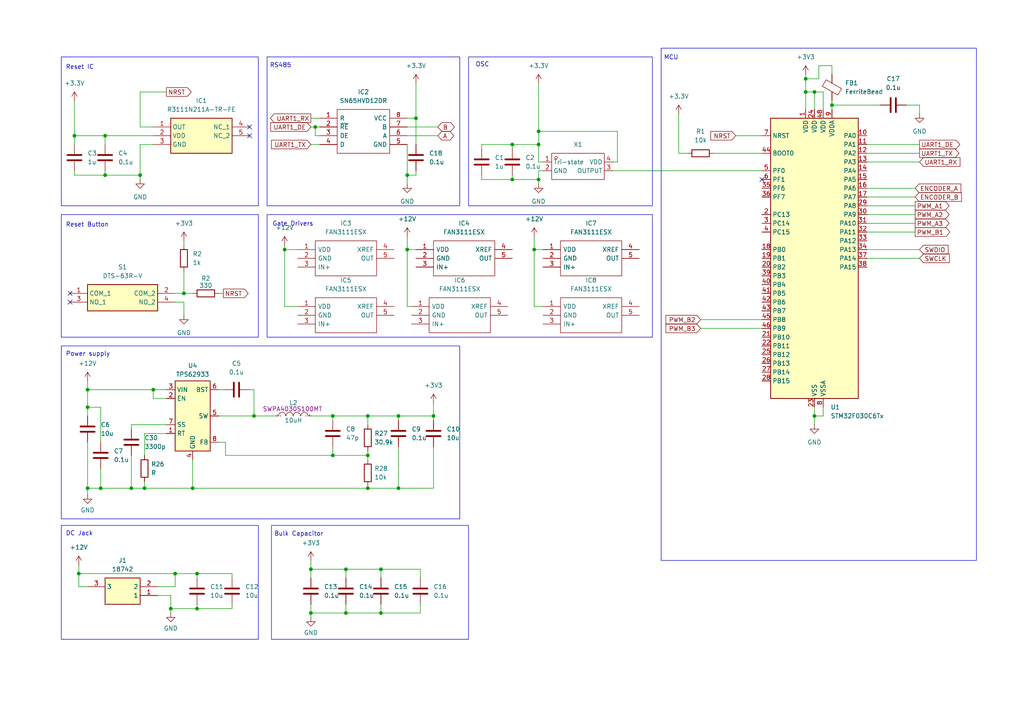
<source format=kicad_sch>
(kicad_sch (version 20250114) (generator "eeschema") (generator_version "9.0")
  (paper "A4")
  (lib_symbols
    (symbol "Device:C" (pin_numbers (hide yes)) (pin_names (offset 0.254))
      (property "Reference" "C" (at 0.635 2.54 0))
      (property "Value" "C" (at 0.635 -2.54 0))
      (symbol "C_1_1"
        (pin passive line (at 0 3.81 270) (length 2.794) (name "~") (number "1"))
        (pin passive line (at 0 -3.81 90) (length 2.794) (name "~") (number "2"))
      )
    )
    (symbol "Device:FerriteBead" (pin_numbers (hide yes)) (pin_names (offset 0))
      (property "Reference" "FB" (at -3.81 0.635 90))
      (property "Value" "FerriteBead" (at 3.81 0 90))
      (symbol "FerriteBead_1_1"
        (pin passive line (at 0 3.81 270) (length 2.54) (name "~") (number "1"))
        (pin passive line (at 0 -3.81 90) (length 2.54) (name "~") (number "2"))
      )
    )
    (symbol "Device:R" (pin_numbers (hide yes)) (pin_names (offset 0))
      (property "Reference" "R" (at 2.032 0 90))
      (property "Value" "R" (at 0 0 90))
      (symbol "R_1_1"
        (pin passive line (at 0 3.81 270) (length 1.27) (name "~") (number "1"))
        (pin passive line (at 0 -3.81 90) (length 1.27) (name "~") (number "2"))
      )
    )
    (symbol "LCSC:18742"
      (property "Reference" "J" (at 16.51 7.62 0))
      (property "Value" "18742" (at 16.51 5.08 0))
      (symbol "18742_1_1"
        (pin passive line (at 0 0 0) (length 5.08) (name "3") (number "3"))
        (pin passive line (at 20.32 0 180) (length 5.08) (name "2") (number "2"))
        (pin passive line (at 20.32 -2.54 180) (length 5.08) (name "1") (number "1"))
      )
    )
    (symbol "LCSC:S2D8.000000B20F30T"
      (property "Reference" "X" (at 0 4.826 0))
      (symbol "S2D8.000000B20F30T_1_0"
        (pin unspecified line (at -10.16 1.27 0) (length 2.54) (name "Tri-state") (number "1"))
        (pin unspecified line (at -10.16 -1.27 0) (length 2.54) (name "GND") (number "2"))
        (pin unspecified line (at 10.16 1.27 180) (length 2.54) (name "VDD") (number "4"))
        (pin unspecified line (at 10.16 -1.27 180) (length 2.54) (name "OUTPUT") (number "3"))
      )
    )
    (symbol "LCSC:SWPA4030S100MT"
      (property "Reference" "L" (at 0 0 0))
      (symbol "SWPA4030S100MT_1_0"
        (pin unspecified line (at -5.08 0 0) (length 0.762) (name "1") (number "1"))
        (pin unspecified line (at 5.08 0 180) (length 0.762) (name "2") (number "2"))
      )
    )
    (symbol "MCU_ST_STM32F0:STM32F030C6Tx"
      (property "Reference" "U" (at -12.7 41.91 0))
      (property "Value" "STM32F030C6Tx" (at 7.62 41.91 0))
      (symbol "STM32F030C6Tx_1_1"
        (pin input line (at -15.24 35.56 0) (length 2.54) (name "NRST") (number "7"))
        (pin input line (at -15.24 30.48 0) (length 2.54) (name "BOOT0") (number "44"))
        (pin bidirectional line (at -15.24 25.4 0) (length 2.54) (name "PF0") (number "5"))
        (pin bidirectional line (at -15.24 22.86 0) (length 2.54) (name "PF1") (number "6"))
        (pin bidirectional line (at -15.24 20.32 0) (length 2.54) (name "PF6") (number "35"))
        (pin bidirectional line (at -15.24 17.78 0) (length 2.54) (name "PF7") (number "36"))
        (pin bidirectional line (at -15.24 12.7 0) (length 2.54) (name "PC13") (number "2"))
        (pin bidirectional line (at -15.24 10.16 0) (length 2.54) (name "PC14") (number "3"))
        (pin bidirectional line (at -15.24 7.62 0) (length 2.54) (name "PC15") (number "4"))
        (pin bidirectional line (at -15.24 2.54 0) (length 2.54) (name "PB0") (number "18"))
        (pin bidirectional line (at -15.24 0 0) (length 2.54) (name "PB1") (number "19"))
        (pin bidirectional line (at -15.24 -2.54 0) (length 2.54) (name "PB2") (number "20"))
        (pin bidirectional line (at -15.24 -5.08 0) (length 2.54) (name "PB3") (number "39"))
        (pin bidirectional line (at -15.24 -7.62 0) (length 2.54) (name "PB4") (number "40"))
        (pin bidirectional line (at -15.24 -10.16 0) (length 2.54) (name "PB5") (number "41"))
        (pin bidirectional line (at -15.24 -12.7 0) (length 2.54) (name "PB6") (number "42"))
        (pin bidirectional line (at -15.24 -15.24 0) (length 2.54) (name "PB7") (number "43"))
        (pin bidirectional line (at -15.24 -17.78 0) (length 2.54) (name "PB8") (number "45"))
        (pin bidirectional line (at -15.24 -20.32 0) (length 2.54) (name "PB9") (number "46"))
        (pin bidirectional line (at -15.24 -22.86 0) (length 2.54) (name "PB10") (number "21"))
        (pin bidirectional line (at -15.24 -25.4 0) (length 2.54) (name "PB11") (number "22"))
        (pin bidirectional line (at -15.24 -27.94 0) (length 2.54) (name "PB12") (number "25"))
        (pin bidirectional line (at -15.24 -30.48 0) (length 2.54) (name "PB13") (number "26"))
        (pin bidirectional line (at -15.24 -33.02 0) (length 2.54) (name "PB14") (number "27"))
        (pin bidirectional line (at -15.24 -35.56 0) (length 2.54) (name "PB15") (number "28"))
        (pin power_in line (at -2.54 43.18 270) (length 2.54) (name "VDD") (number "1"))
        (pin power_in line (at 0 43.18 270) (length 2.54) (name "VDD") (number "24"))
        (pin power_in line (at 0 -43.18 90) (length 2.54) (name "VSS") (number "23"))
        (pin passive line (at 0 -43.18 90) (length 2.54) (hide yes) (name "VSS") (number "47"))
        (pin power_in line (at 2.54 43.18 270) (length 2.54) (name "VDD") (number "48"))
        (pin power_in line (at 2.54 -43.18 90) (length 2.54) (name "VSSA") (number "8"))
        (pin power_in line (at 5.08 43.18 270) (length 2.54) (name "VDDA") (number "9"))
        (pin bidirectional line (at 15.24 35.56 180) (length 2.54) (name "PA0") (number "10"))
        (pin bidirectional line (at 15.24 33.02 180) (length 2.54) (name "PA1") (number "11"))
        (pin bidirectional line (at 15.24 30.48 180) (length 2.54) (name "PA2") (number "12"))
        (pin bidirectional line (at 15.24 27.94 180) (length 2.54) (name "PA3") (number "13"))
        (pin bidirectional line (at 15.24 25.4 180) (length 2.54) (name "PA4") (number "14"))
        (pin bidirectional line (at 15.24 22.86 180) (length 2.54) (name "PA5") (number "15"))
        (pin bidirectional line (at 15.24 20.32 180) (length 2.54) (name "PA6") (number "16"))
        (pin bidirectional line (at 15.24 17.78 180) (length 2.54) (name "PA7") (number "17"))
        (pin bidirectional line (at 15.24 15.24 180) (length 2.54) (name "PA8") (number "29"))
        (pin bidirectional line (at 15.24 12.7 180) (length 2.54) (name "PA9") (number "30"))
        (pin bidirectional line (at 15.24 10.16 180) (length 2.54) (name "PA10") (number "31"))
        (pin bidirectional line (at 15.24 7.62 180) (length 2.54) (name "PA11") (number "32"))
        (pin bidirectional line (at 15.24 5.08 180) (length 2.54) (name "PA12") (number "33"))
        (pin bidirectional line (at 15.24 2.54 180) (length 2.54) (name "PA13") (number "34"))
        (pin bidirectional line (at 15.24 0 180) (length 2.54) (name "PA14") (number "37"))
        (pin bidirectional line (at 15.24 -2.54 180) (length 2.54) (name "PA15") (number "38"))
      )
    )
    (symbol "Mouser:DTS-63R-V"
      (property "Reference" "S" (at 26.67 7.62 0))
      (property "Value" "DTS-63R-V" (at 26.67 5.08 0))
      (symbol "DTS-63R-V_1_1"
        (pin passive line (at 0 0 0) (length 5.08) (name "COM_1") (number "1"))
        (pin passive line (at 0 -2.54 0) (length 5.08) (name "NO_1") (number "3"))
        (pin passive line (at 30.48 0 180) (length 5.08) (name "COM_2") (number "2"))
        (pin passive line (at 30.48 -2.54 180) (length 5.08) (name "NO_2") (number "4"))
      )
    )
    (symbol "Mouser:R3111N211A-TR-FE"
      (property "Reference" "IC" (at 24.13 7.62 0))
      (property "Value" "R3111N211A-TR-FE" (at 24.13 5.08 0))
      (symbol "R3111N211A-TR-FE_1_1"
        (pin passive line (at 0 0 0) (length 5.08) (name "OUT") (number "1"))
        (pin passive line (at 0 -2.54 0) (length 5.08) (name "VDD") (number "2"))
        (pin passive line (at 0 -5.08 0) (length 5.08) (name "GND") (number "3"))
        (pin passive line (at 27.94 0 180) (length 5.08) (name "NC_1") (number "4"))
        (pin passive line (at 27.94 -2.54 180) (length 5.08) (name "NC_2") (number "5"))
      )
    )
    (symbol "Regulator_Switching:TPS62933"
      (property "Reference" "U" (at 0 13.97 0))
      (property "Value" "TPS62933" (at 0 11.43 0))
      (symbol "TPS62933_1_1"
        (pin power_in line (at -7.62 7.62 0) (length 2.54) (name "VIN") (number "3"))
        (pin input line (at -7.62 5.08 0) (length 2.54) (name "EN") (number "2"))
        (pin passive line (at -7.62 -2.54 0) (length 2.54) (name "SS") (number "7"))
        (pin passive line (at -7.62 -5.08 0) (length 2.54) (name "RT") (number "1"))
        (pin power_in line (at 0 -12.7 90) (length 2.54) (name "GND") (number "4"))
        (pin passive line (at 7.62 7.62 180) (length 2.54) (name "BST") (number "6"))
        (pin output line (at 7.62 0 180) (length 2.54) (name "SW") (number "5"))
        (pin input line (at 7.62 -7.62 180) (length 2.54) (name "FB") (number "8"))
      )
    )
    (symbol "SamacSys_Parts:FAN3111ESX" (pin_names (offset 0.762))
      (property "Reference" "IC" (at 24.13 7.62 0))
      (property "Value" "FAN3111ESX" (at 24.13 5.08 0))
      (symbol "FAN3111ESX_0_0"
        (pin passive line (at 0 0 0) (length 5.08) (name "VDD") (number "1"))
        (pin passive line (at 0 -2.54 0) (length 5.08) (name "GND") (number "2"))
        (pin passive line (at 0 -5.08 0) (length 5.08) (name "IN+") (number "3"))
        (pin passive line (at 27.94 0 180) (length 5.08) (name "XREF") (number "4"))
        (pin passive line (at 27.94 -2.54 180) (length 5.08) (name "OUT") (number "5"))
      )
    )
    (symbol "SamacSys_Parts:SN65HVD12DR" (pin_names (offset 0.762))
      (property "Reference" "IC" (at 21.59 7.62 0))
      (property "Value" "SN65HVD12DR" (at 21.59 5.08 0))
      (symbol "SN65HVD12DR_0_0"
        (pin output line (at 0 0 0) (length 5.08) (name "R") (number "1"))
        (pin input line (at 0 -2.54 0) (length 5.08) (name "~{RE}") (number "2"))
        (pin input line (at 0 -5.08 0) (length 5.08) (name "DE") (number "3"))
        (pin input line (at 0 -7.62 0) (length 5.08) (name "D") (number "4"))
        (pin power_in line (at 25.4 0 180) (length 5.08) (name "VCC") (number "8"))
        (pin bidirectional line (at 25.4 -2.54 180) (length 5.08) (name "B") (number "7"))
        (pin bidirectional line (at 25.4 -5.08 180) (length 5.08) (name "A") (number "6"))
        (pin power_in line (at 25.4 -7.62 180) (length 5.08) (name "GND") (number "5"))
      )
    )
    (symbol "power:+12V" (power) (pin_numbers (hide yes)) (pin_names (offset 0) (hide yes))
      (property "Value" "+12V" (at 0 3.556 0))
      (symbol "+12V_1_1"
        (pin power_in line (at 0 0 90) (length 0) (name "~") (number "1"))
      )
    )
    (symbol "power:+3.3V" (power) (pin_numbers (hide yes)) (pin_names (offset 0) (hide yes))
      (property "Value" "+3.3V" (at 0 3.556 0))
      (symbol "+3.3V_1_1"
        (pin power_in line (at 0 0 90) (length 0) (name "~") (number "1"))
      )
    )
    (symbol "power:+3V3" (power) (pin_names (offset 0))
      (property "Value" "+3V3" (at 0 3.556 0))
      (symbol "+3V3_1_1"
        (pin power_in line (at 0 0 90) (length 0) (hide yes) (name "+3V3") (number "1"))
      )
    )
    (symbol "power:GND" (power) (pin_numbers (hide yes)) (pin_names (offset 0) (hide yes))
      (property "Value" "GND" (at 0 -3.81 0))
      (symbol "GND_1_1"
        (pin power_in line (at 0 0 270) (length 0) (name "~") (number "1"))
      )
    )
  )
  (rectangle (start 191.77 13.97) (end 283.21 162.56))
  (rectangle (start 17.78 62.23) (end 74.93 97.79))
  (rectangle (start 135.89 16.51) (end 189.23 59.69))
  (rectangle (start 77.47 62.23) (end 189.23 97.79))
  (rectangle (start 17.78 152.4) (end 74.93 185.42))
  (rectangle (start 17.78 16.51) (end 74.93 59.69))
  (rectangle (start 77.47 16.51) (end 133.35 59.69))
  (rectangle (start 78.74 152.4) (end 135.89 185.42))
  (rectangle (start 17.78 100.33) (end 133.35 150.495))
  (text "Power supply" (at 19.05 103.505 0) (effects (font (size 1.27 1.27)) (justify left bottom)))
  (text "OSC" (at 137.922 19.558 0) (effects (font (size 1.27 1.27)) (justify left bottom)))
  (text "Reset IC\n" (at 19.05 20.32 0) (effects (font (size 1.27 1.27)) (justify left bottom)))
  (text "Reset Button\n" (at 19.05 66.04 0) (effects (font (size 1.27 1.27)) (justify left bottom)))
  (text "Bulk Capacitor" (at 79.502 155.702 0) (effects (font (size 1.27 1.27)) (justify left bottom)))
  (text "DC Jack" (at 19.05 155.575 0) (effects (font (size 1.27 1.27)) (justify left bottom)))
  (text "RS485" (at 78.232 19.812 0) (effects (font (size 1.27 1.27)) (justify left bottom)))
  (text "Gate Drivers" (at 78.994 65.786 0) (effects (font (size 1.27 1.27)) (justify left bottom)))
  (text "MCU\n" (at 192.532 17.526 0) (effects (font (size 1.27 1.27)) (justify left bottom)))
  (junction (at 21.59 39.37))
  (junction (at 30.48 39.37))
  (junction (at 115.57 141.605))
  (junction (at 233.68 22.86))
  (junction (at 233.68 26.67))
  (junction (at 120.65 34.29))
  (junction (at 115.57 120.65))
  (junction (at 90.17 165.1))
  (junction (at 148.59 52.07))
  (junction (at 30.48 50.8))
  (junction (at 96.52 120.65))
  (junction (at 40.64 50.8))
  (junction (at 148.59 41.91))
  (junction (at 106.68 120.65))
  (junction (at 90.17 177.8))
  (junction (at 57.15 176.53))
  (junction (at 57.15 166.37))
  (junction (at 110.49 165.1))
  (junction (at 106.68 132.08))
  (junction (at 91.44 36.83))
  (junction (at 236.22 120.65))
  (junction (at 156.21 41.91))
  (junction (at 55.88 141.605))
  (junction (at 118.11 50.8))
  (junction (at 106.68 141.605))
  (junction (at 96.52 132.08))
  (junction (at 154.94 72.39))
  (junction (at 38.1 141.605))
  (junction (at 50.8 166.37))
  (junction (at 110.49 177.8))
  (junction (at 25.4 141.605))
  (junction (at 49.53 176.53))
  (junction (at 125.73 120.65))
  (junction (at 156.21 52.07))
  (junction (at 44.45 113.03))
  (junction (at 100.33 177.8))
  (junction (at 53.34 85.09))
  (junction (at 29.21 141.605))
  (junction (at 82.55 72.39))
  (junction (at 118.11 72.39))
  (junction (at 41.91 141.605))
  (junction (at 156.21 38.1))
  (junction (at 25.4 118.11))
  (junction (at 241.3 30.48))
  (junction (at 25.4 113.03))
  (junction (at 22.86 166.37))
  (junction (at 73.66 120.65))
  (junction (at 236.22 26.67))
  (junction (at 100.33 165.1))
  (no_connect (at 72.39 39.37))
  (no_connect (at 72.39 36.83))
  (no_connect (at 20.32 85.09))
  (no_connect (at 220.98 52.07))
  (no_connect (at 20.32 87.63))
  (wire (pts (xy 251.46 46.99) (xy 266.7 46.99)))
  (wire (pts (xy 251.46 44.45) (xy 266.7 44.45)))
  (wire (pts (xy 40.64 36.83) (xy 44.45 36.83)))
  (wire (pts (xy 63.5 128.27) (xy 65.405 128.27)))
  (wire (pts (xy 40.64 26.67) (xy 40.64 36.83)))
  (wire (pts (xy 233.68 22.86) (xy 233.68 26.67)))
  (wire (pts (xy 100.33 165.1) (xy 100.33 167.64)))
  (wire (pts (xy 21.59 49.53) (xy 21.59 50.8)))
  (wire (pts (xy 30.48 39.37) (xy 44.45 39.37)))
  (wire (pts (xy 67.31 167.64) (xy 67.31 166.37)))
  (wire (pts (xy 121.92 165.1) (xy 110.49 165.1)))
  (wire (pts (xy 125.73 129.54) (xy 125.73 141.605)))
  (wire (pts (xy 251.46 54.61) (xy 265.43 54.61)))
  (wire (pts (xy 25.4 128.27) (xy 25.4 141.605)))
  (wire (pts (xy 266.7 30.48) (xy 262.89 30.48)))
  (wire (pts (xy 91.44 36.83) (xy 92.71 36.83)))
  (wire (pts (xy 96.52 120.65) (xy 106.68 120.65)))
  (wire (pts (xy 179.07 38.1) (xy 179.07 46.99)))
  (wire (pts (xy 57.15 175.26) (xy 57.15 176.53)))
  (wire (pts (xy 25.4 113.03) (xy 44.45 113.03)))
  (wire (pts (xy 148.59 41.91) (xy 156.21 41.91)))
  (wire (pts (xy 120.65 50.8) (xy 118.11 50.8)))
  (wire (pts (xy 156.21 53.34) (xy 156.21 52.07)))
  (wire (pts (xy 90.17 120.65) (xy 96.52 120.65)))
  (wire (pts (xy 251.46 59.69) (xy 265.43 59.69)))
  (wire (pts (xy 90.17 162.56) (xy 90.17 165.1)))
  (wire (pts (xy 118.11 36.83) (xy 127 36.83)))
  (wire (pts (xy 50.8 170.18) (xy 50.8 166.37)))
  (wire (pts (xy 45.72 172.72) (xy 49.53 172.72)))
  (wire (pts (xy 115.57 141.605) (xy 125.73 141.605)))
  (wire (pts (xy 50.8 85.09) (xy 53.34 85.09)))
  (wire (pts (xy 118.11 68.58) (xy 118.11 72.39)))
  (wire (pts (xy 30.48 49.53) (xy 30.48 50.8)))
  (wire (pts (xy 86.36 88.9) (xy 82.55 88.9)))
  (wire (pts (xy 82.55 88.9) (xy 82.55 72.39)))
  (wire (pts (xy 251.46 72.39) (xy 266.7 72.39)))
  (wire (pts (xy 207.01 44.45) (xy 220.98 44.45)))
  (wire (pts (xy 106.68 120.65) (xy 115.57 120.65)))
  (wire (pts (xy 41.91 125.73) (xy 41.91 132.08)))
  (wire (pts (xy 21.59 29.21) (xy 21.59 39.37)))
  (wire (pts (xy 203.2 95.25) (xy 220.98 95.25)))
  (wire (pts (xy 25.4 120.65) (xy 25.4 118.11)))
  (wire (pts (xy 237.49 22.86) (xy 233.68 22.86)))
  (wire (pts (xy 67.31 175.26) (xy 67.31 176.53)))
  (wire (pts (xy 120.65 34.29) (xy 118.11 34.29)))
  (wire (pts (xy 44.45 41.91) (xy 40.64 41.91)))
  (wire (pts (xy 120.65 41.91) (xy 120.65 34.29)))
  (wire (pts (xy 38.1 123.19) (xy 48.26 123.19)))
  (wire (pts (xy 241.3 30.48) (xy 255.27 30.48)))
  (wire (pts (xy 156.21 41.91) (xy 156.21 46.99)))
  (wire (pts (xy 25.4 113.03) (xy 25.4 118.11)))
  (wire (pts (xy 92.71 39.37) (xy 91.44 39.37)))
  (wire (pts (xy 67.31 166.37) (xy 57.15 166.37)))
  (wire (pts (xy 21.59 39.37) (xy 30.48 39.37)))
  (wire (pts (xy 118.11 50.8) (xy 118.11 53.34)))
  (wire (pts (xy 120.65 50.8) (xy 120.65 49.53)))
  (wire (pts (xy 90.17 165.1) (xy 90.17 167.64)))
  (wire (pts (xy 63.5 120.65) (xy 73.66 120.65)))
  (wire (pts (xy 237.49 19.05) (xy 237.49 22.86)))
  (wire (pts (xy 120.65 24.13) (xy 120.65 34.29)))
  (wire (pts (xy 90.17 36.83) (xy 91.44 36.83)))
  (wire (pts (xy 241.3 19.05) (xy 237.49 19.05)))
  (wire (pts (xy 266.7 33.02) (xy 266.7 30.48)))
  (wire (pts (xy 236.22 26.67) (xy 233.68 26.67)))
  (wire (pts (xy 118.11 88.9) (xy 118.11 72.39)))
  (wire (pts (xy 90.17 41.91) (xy 92.71 41.91)))
  (wire (pts (xy 139.7 43.18) (xy 139.7 41.91)))
  (wire (pts (xy 154.94 68.58) (xy 154.94 72.39)))
  (wire (pts (xy 90.17 34.29) (xy 92.71 34.29)))
  (wire (pts (xy 236.22 26.67) (xy 238.76 26.67)))
  (wire (pts (xy 53.34 91.44) (xy 53.34 87.63)))
  (wire (pts (xy 96.52 120.65) (xy 96.52 121.92)))
  (wire (pts (xy 238.76 31.75) (xy 238.76 26.67)))
  (wire (pts (xy 53.34 78.74) (xy 53.34 85.09)))
  (wire (pts (xy 38.1 132.08) (xy 38.1 141.605)))
  (wire (pts (xy 238.76 118.11) (xy 238.76 120.65)))
  (wire (pts (xy 41.91 139.7) (xy 41.91 141.605)))
  (wire (pts (xy 82.55 72.39) (xy 86.36 72.39)))
  (wire (pts (xy 65.405 132.08) (xy 96.52 132.08)))
  (wire (pts (xy 25.4 141.605) (xy 25.4 143.51)))
  (wire (pts (xy 196.85 33.02) (xy 196.85 44.45)))
  (wire (pts (xy 90.17 175.26) (xy 90.17 177.8)))
  (wire (pts (xy 121.92 167.64) (xy 121.92 165.1)))
  (wire (pts (xy 91.44 39.37) (xy 91.44 36.83)))
  (wire (pts (xy 106.68 141.605) (xy 115.57 141.605)))
  (wire (pts (xy 110.49 175.26) (xy 110.49 177.8)))
  (wire (pts (xy 100.33 165.1) (xy 90.17 165.1)))
  (wire (pts (xy 22.86 163.83) (xy 22.86 166.37)))
  (wire (pts (xy 203.2 92.71) (xy 220.98 92.71)))
  (wire (pts (xy 238.76 120.65) (xy 236.22 120.65)))
  (wire (pts (xy 177.8 46.99) (xy 179.07 46.99)))
  (wire (pts (xy 156.21 38.1) (xy 156.21 41.91)))
  (wire (pts (xy 156.21 49.53) (xy 157.48 49.53)))
  (wire (pts (xy 119.38 88.9) (xy 118.11 88.9)))
  (wire (pts (xy 100.33 177.8) (xy 90.17 177.8)))
  (wire (pts (xy 139.7 41.91) (xy 148.59 41.91)))
  (wire (pts (xy 251.46 41.91) (xy 266.7 41.91)))
  (wire (pts (xy 196.85 44.45) (xy 199.39 44.45)))
  (wire (pts (xy 38.1 141.605) (xy 41.91 141.605)))
  (wire (pts (xy 57.15 176.53) (xy 49.53 176.53)))
  (wire (pts (xy 55.88 141.605) (xy 106.68 141.605)))
  (wire (pts (xy 106.68 140.97) (xy 106.68 141.605)))
  (wire (pts (xy 65.405 128.27) (xy 65.405 132.08)))
  (wire (pts (xy 236.22 31.75) (xy 236.22 26.67)))
  (wire (pts (xy 29.21 141.605) (xy 38.1 141.605)))
  (wire (pts (xy 38.1 124.46) (xy 38.1 123.19)))
  (wire (pts (xy 179.07 38.1) (xy 156.21 38.1)))
  (wire (pts (xy 29.21 135.89) (xy 29.21 141.605)))
  (wire (pts (xy 241.3 21.59) (xy 241.3 19.05)))
  (wire (pts (xy 241.3 29.21) (xy 241.3 30.48)))
  (wire (pts (xy 82.55 71.12) (xy 82.55 72.39)))
  (wire (pts (xy 53.34 85.09) (xy 55.88 85.09)))
  (wire (pts (xy 148.59 50.8) (xy 148.59 52.07)))
  (wire (pts (xy 251.46 62.23) (xy 265.43 62.23)))
  (wire (pts (xy 110.49 165.1) (xy 100.33 165.1)))
  (wire (pts (xy 25.4 118.11) (xy 29.21 118.11)))
  (wire (pts (xy 121.92 177.8) (xy 110.49 177.8)))
  (wire (pts (xy 139.7 52.07) (xy 148.59 52.07)))
  (wire (pts (xy 41.91 141.605) (xy 55.88 141.605)))
  (wire (pts (xy 236.22 118.11) (xy 236.22 120.65)))
  (wire (pts (xy 100.33 175.26) (xy 100.33 177.8)))
  (wire (pts (xy 154.94 88.9) (xy 154.94 72.39)))
  (wire (pts (xy 157.48 88.9) (xy 154.94 88.9)))
  (wire (pts (xy 29.21 128.27) (xy 29.21 118.11)))
  (wire (pts (xy 156.21 24.13) (xy 156.21 38.1)))
  (wire (pts (xy 48.26 113.03) (xy 44.45 113.03)))
  (wire (pts (xy 115.57 121.92) (xy 115.57 120.65)))
  (wire (pts (xy 25.4 170.18) (xy 22.86 170.18)))
  (wire (pts (xy 57.15 166.37) (xy 50.8 166.37)))
  (wire (pts (xy 115.57 129.54) (xy 115.57 141.605)))
  (wire (pts (xy 251.46 64.77) (xy 265.43 64.77)))
  (wire (pts (xy 50.8 87.63) (xy 53.34 87.63)))
  (wire (pts (xy 30.48 41.91) (xy 30.48 39.37)))
  (wire (pts (xy 118.11 72.39) (xy 120.65 72.39)))
  (wire (pts (xy 40.64 50.8) (xy 40.64 52.07)))
  (wire (pts (xy 156.21 52.07) (xy 156.21 49.53)))
  (wire (pts (xy 118.11 41.91) (xy 118.11 50.8)))
  (wire (pts (xy 154.94 72.39) (xy 157.48 72.39)))
  (wire (pts (xy 121.92 175.26) (xy 121.92 177.8)))
  (wire (pts (xy 110.49 165.1) (xy 110.49 167.64)))
  (wire (pts (xy 21.59 50.8) (xy 30.48 50.8)))
  (wire (pts (xy 251.46 74.93) (xy 266.7 74.93)))
  (wire (pts (xy 22.86 170.18) (xy 22.86 166.37)))
  (wire (pts (xy 106.68 120.65) (xy 106.68 123.19)))
  (wire (pts (xy 233.68 21.59) (xy 233.68 22.86)))
  (wire (pts (xy 73.66 120.65) (xy 73.66 113.03)))
  (wire (pts (xy 73.66 120.65) (xy 80.01 120.65)))
  (wire (pts (xy 25.4 110.49) (xy 25.4 113.03)))
  (wire (pts (xy 118.11 39.37) (xy 127 39.37)))
  (wire (pts (xy 49.53 172.72) (xy 49.53 176.53)))
  (wire (pts (xy 177.8 49.53) (xy 220.98 49.53)))
  (wire (pts (xy 40.64 41.91) (xy 40.64 50.8)))
  (wire (pts (xy 67.31 176.53) (xy 57.15 176.53)))
  (wire (pts (xy 125.73 121.92) (xy 125.73 120.65)))
  (wire (pts (xy 251.46 57.15) (xy 265.43 57.15)))
  (wire (pts (xy 148.59 52.07) (xy 156.21 52.07)))
  (wire (pts (xy 49.53 176.53) (xy 49.53 177.8)))
  (wire (pts (xy 233.68 26.67) (xy 233.68 31.75)))
  (wire (pts (xy 44.45 115.57) (xy 44.45 113.03)))
  (wire (pts (xy 55.88 133.35) (xy 55.88 141.605)))
  (wire (pts (xy 106.68 130.81) (xy 106.68 132.08)))
  (wire (pts (xy 45.72 170.18) (xy 50.8 170.18)))
  (wire (pts (xy 96.52 132.08) (xy 106.68 132.08)))
  (wire (pts (xy 48.26 115.57) (xy 44.45 115.57)))
  (wire (pts (xy 48.26 125.73) (xy 41.91 125.73)))
  (wire (pts (xy 213.36 39.37) (xy 220.98 39.37)))
  (wire (pts (xy 236.22 120.65) (xy 236.22 123.19)))
  (wire (pts (xy 241.3 30.48) (xy 241.3 31.75)))
  (wire (pts (xy 115.57 120.65) (xy 125.73 120.65)))
  (wire (pts (xy 63.5 113.03) (xy 64.77 113.03)))
  (wire (pts (xy 90.17 177.8) (xy 90.17 179.07)))
  (wire (pts (xy 72.39 113.03) (xy 73.66 113.03)))
  (wire (pts (xy 53.34 69.85) (xy 53.34 71.12)))
  (wire (pts (xy 30.48 50.8) (xy 40.64 50.8)))
  (wire (pts (xy 57.15 167.64) (xy 57.15 166.37)))
  (wire (pts (xy 125.73 116.84) (xy 125.73 120.65)))
  (wire (pts (xy 25.4 141.605) (xy 29.21 141.605)))
  (wire (pts (xy 251.46 67.31) (xy 265.43 67.31)))
  (wire (pts (xy 48.26 26.67) (xy 40.64 26.67)))
  (wire (pts (xy 96.52 129.54) (xy 96.52 132.08)))
  (wire (pts (xy 100.33 177.8) (xy 110.49 177.8)))
  (wire (pts (xy 63.5 85.09) (xy 64.77 85.09)))
  (wire (pts (xy 21.59 41.91) (xy 21.59 39.37)))
  (wire (pts (xy 148.59 43.18) (xy 148.59 41.91)))
  (wire (pts (xy 139.7 50.8) (xy 139.7 52.07)))
  (wire (pts (xy 50.8 166.37) (xy 22.86 166.37)))
  (wire (pts (xy 156.21 46.99) (xy 157.48 46.99)))
  (wire (pts (xy 106.68 132.08) (xy 106.68 133.35)))
  (global_label "SWDIO" (shape input) (at 266.7 72.39 0) (property "Intersheetrefs" "${INTERSHEET_REFS}" (effects (hide yes))))
  (global_label "A" (shape bidirectional) (at 127 39.37 0) (property "Intersheetrefs" "${INTERSHEET_REFS}" (effects (hide yes))))
  (global_label "ENCODER_B" (shape input) (at 265.43 57.15 0) (property "Intersheetrefs" "${INTERSHEET_REFS}" (effects (hide yes))))
  (global_label "UART1_DE" (shape output) (at 266.7 41.91 0) (property "Intersheetrefs" "${INTERSHEET_REFS}" (effects (hide yes))))
  (global_label "ENCODER_A" (shape input) (at 265.43 54.61 0) (property "Intersheetrefs" "${INTERSHEET_REFS}" (effects (hide yes))))
  (global_label "PWM_B3" (shape input) (at 203.2 95.25 180) (property "Intersheetrefs" "${INTERSHEET_REFS}" (effects (hide yes))))
  (global_label "PWM_A2" (shape output) (at 265.43 62.23 0) (property "Intersheetrefs" "${INTERSHEET_REFS}" (effects (hide yes))))
  (global_label "PWM_A1" (shape output) (at 265.43 59.69 0) (property "Intersheetrefs" "${INTERSHEET_REFS}" (effects (hide yes))))
  (global_label "UART1_TX" (shape output) (at 266.7 44.45 0) (property "Intersheetrefs" "${INTERSHEET_REFS}" (effects (hide yes))))
  (global_label "UART1_RX" (shape output) (at 90.17 34.29 180) (property "Intersheetrefs" "${INTERSHEET_REFS}" (effects (hide yes))))
  (global_label "PWM_B2" (shape input) (at 203.2 92.71 180) (property "Intersheetrefs" "${INTERSHEET_REFS}" (effects (hide yes))))
  (global_label "NRST" (shape output) (at 64.77 85.09 0) (property "Intersheetrefs" "${INTERSHEET_REFS}" (effects (hide yes))))
  (global_label "UART1_DE" (shape input) (at 90.17 36.83 180) (property "Intersheetrefs" "${INTERSHEET_REFS}" (effects (hide yes))))
  (global_label "SWCLK" (shape input) (at 266.7 74.93 0) (property "Intersheetrefs" "${INTERSHEET_REFS}" (effects (hide yes))))
  (global_label "PWM_B1" (shape output) (at 265.43 67.31 0) (property "Intersheetrefs" "${INTERSHEET_REFS}" (effects (hide yes))))
  (global_label "B" (shape bidirectional) (at 127 36.83 0) (property "Intersheetrefs" "${INTERSHEET_REFS}" (effects (hide yes))))
  (global_label "UART1_TX" (shape input) (at 90.17 41.91 180) (property "Intersheetrefs" "${INTERSHEET_REFS}" (effects (hide yes))))
  (global_label "PWM_A3" (shape output) (at 265.43 64.77 0) (property "Intersheetrefs" "${INTERSHEET_REFS}" (effects (hide yes))))
  (global_label "UART1_RX" (shape input) (at 266.7 46.99 0) (property "Intersheetrefs" "${INTERSHEET_REFS}" (effects (hide yes))))
  (global_label "NRST" (shape input) (at 213.36 39.37 180) (property "Intersheetrefs" "${INTERSHEET_REFS}" (effects (hide yes))))
  (global_label "NRST" (shape output) (at 48.26 26.67 0) (property "Intersheetrefs" "${INTERSHEET_REFS}" (effects (hide yes))))
  (symbol (lib_id "MCU_ST_STM32F0:STM32F030C6Tx") (at 236.22 74.93 0) (unit 1)
    (property "Reference" "U1" (at 240.9033 118.11 0) (effects (justify left)))
    (property "Value" "STM32F030C6Tx" (at 240.9033 120.65 0) (effects (justify left)))
    (property "Footprint" "Package_QFP:LQFP-48_7x7mm_P0.5mm" (effects (hide yes)))
    (property "Datasheet" "https://www.st.com/resource/en/datasheet/stm32f030c6.pdf" (effects (hide yes)))
    (property "Description" "STMicroelectronics Arm Cortex-M0 MCU, 32KB flash, 4KB RAM, 48 MHz, 2.4-3.6V, 39 GPIO, LQFP48" (effects (hide yes)))
  )
  (symbol (lib_id "Device:C") (at 110.49 171.45 0) (unit 1)
    (property "Reference" "C15" (at 114.3 170.1799 0) (effects (justify left)))
    (property "Value" "0.1u" (at 114.3 172.7199 0) (effects (justify left)))
    (property "Description" "Unpolarized capacitor" (effects (hide yes)))
  )
  (symbol (lib_id "Device:C") (at 139.7 46.99 0) (unit 1)
    (property "Reference" "C1" (at 143.51 45.7199 0) (effects (justify left)))
    (property "Value" "1u" (at 143.51 48.2599 0) (effects (justify left)))
    (property "Footprint" "Capacitor_SMD:C_0402_1005Metric" (effects (hide yes)))
    (property "Description" "Unpolarized capacitor" (effects (hide yes)))
  )
  (symbol (lib_id "power:+3V3") (at 125.73 116.84 0) (unit 1)
    (property "Reference" "#PWR038" (effects (hide yes)))
    (property "Value" "+3V3" (at 125.73 111.76 0))
  )
  (symbol (lib_id "Device:R") (at 106.68 137.16 0) (unit 1)
    (property "Reference" "R28" (at 108.585 135.89 0) (effects (justify left)))
    (property "Value" "10k" (at 108.585 138.43 0) (effects (justify left)))
    (property "Footprint" "Resistor_SMD:R_0603_1608Metric_Pad0.98x0.95mm_HandSolder" (effects (hide yes)))
  )
  (symbol (lib_id "Device:R") (at 59.69 85.09 90) (unit 1)
    (property "Reference" "R2" (at 59.69 80.772 90))
    (property "Value" "330" (at 59.69 82.804 90))
    (property "Footprint" "Resistor_SMD:R_0603_1608Metric_Pad0.98x0.95mm_HandSolder" (effects (hide yes)))
  )
  (symbol (lib_id "SamacSys_Parts:FAN3111ESX") (at 86.36 88.9 0) (unit 1)
    (property "Reference" "IC5" (at 100.33 81.28 0))
    (property "Value" "FAN3111ESX" (at 100.33 83.82 0))
    (property "Footprint" "SamacSys_Parts:SOT95P280X145-5N" (effects (hide yes)))
    (property "Datasheet" "https://www.onsemi.com/pub/Collateral/FAN3111C-D.PDF" (effects (hide yes)))
    (property "Description" "FAN3111C Compatible with FAN3100C Footprint; 1.1A Sink / 0.9A Source at VOUT = 6V; 9ns Typical Rise / 8ns Typical Fall times with 470pF Load; Single Non-Inverting, Low-Voltage Input for Compatibility with Low-Voltage Controllers; 5-Pin SOT23 Package; Dual CMOS Inputs Allow Configuration as Non-Inverting or Inverting with Enable Function; 15ns Typical Delay Times; Small Footprint Facilitates Distributed Drivers for Parallel Power Devices; 4.5 to 18V Operating Range; Rated from -40C to 125C Ambient; Two Inp" (effects (hide yes)))
    (property "Description_1" "FAN3111C Compatible with FAN3100C Footprint; 1.1A Sink / 0.9A Source at VOUT = 6V; 9ns Typical Rise / 8ns Typical Fall times with 470pF Load; Single Non-Inverting, Low-Voltage Input for Compatibility with Low-Voltage Controllers; 5-Pin SOT23 Package; Dual CMOS Inputs Allow Configuration as Non-Inverting or Inverting with Enable Function; 15ns Typical Delay Times; Small Footprint Facilitates Distributed Drivers for Parallel Power Devices; 4.5 to 18V Operating Range; Rated from -40C to 125C Ambient; Two Inp" (effects (hide yes)))
    (property "Height" "1.45" (effects (hide yes)))
    (property "Mouser Part Number" "512-FAN3111ESX" (effects (hide yes)))
    (property "Mouser Price/Stock" "https://www.mouser.co.uk/ProductDetail/onsemi-Fairchild/FAN3111ESX?qs=Vb5qD4CGh4ntEwD2s4Rstg%3D%3D" (effects (hide yes)))
    (property "Manufacturer_Name" "onsemi" (effects (hide yes)))
    (property "Manufacturer_Part_Number" "FAN3111ESX" (effects (hide yes)))
  )
  (symbol (lib_id "SamacSys_Parts:FAN3111ESX") (at 120.65 72.39 0) (unit 1)
    (property "Reference" "IC4" (at 134.62 64.77 0))
    (property "Value" "FAN3111ESX" (at 134.62 67.31 0))
    (property "Footprint" "SamacSys_Parts:SOT95P280X145-5N" (effects (hide yes)))
    (property "Datasheet" "https://www.onsemi.com/pub/Collateral/FAN3111C-D.PDF" (effects (hide yes)))
    (property "Description" "FAN3111C Compatible with FAN3100C Footprint; 1.1A Sink / 0.9A Source at VOUT = 6V; 9ns Typical Rise / 8ns Typical Fall times with 470pF Load; Single Non-Inverting, Low-Voltage Input for Compatibility with Low-Voltage Controllers; 5-Pin SOT23 Package; Dual CMOS Inputs Allow Configuration as Non-Inverting or Inverting with Enable Function; 15ns Typical Delay Times; Small Footprint Facilitates Distributed Drivers for Parallel Power Devices; 4.5 to 18V Operating Range; Rated from -40C to 125C Ambient; Two Inp" (effects (hide yes)))
    (property "Description_1" "FAN3111C Compatible with FAN3100C Footprint; 1.1A Sink / 0.9A Source at VOUT = 6V; 9ns Typical Rise / 8ns Typical Fall times with 470pF Load; Single Non-Inverting, Low-Voltage Input for Compatibility with Low-Voltage Controllers; 5-Pin SOT23 Package; Dual CMOS Inputs Allow Configuration as Non-Inverting or Inverting with Enable Function; 15ns Typical Delay Times; Small Footprint Facilitates Distributed Drivers for Parallel Power Devices; 4.5 to 18V Operating Range; Rated from -40C to 125C Ambient; Two Inp" (effects (hide yes)))
    (property "Height" "1.45" (effects (hide yes)))
    (property "Mouser Part Number" "512-FAN3111ESX" (effects (hide yes)))
    (property "Mouser Price/Stock" "https://www.mouser.co.uk/ProductDetail/onsemi-Fairchild/FAN3111ESX?qs=Vb5qD4CGh4ntEwD2s4Rstg%3D%3D" (effects (hide yes)))
    (property "Manufacturer_Name" "onsemi" (effects (hide yes)))
    (property "Manufacturer_Part_Number" "FAN3111ESX" (effects (hide yes)))
  )
  (symbol (lib_id "Device:C") (at 38.1 128.27 0) (unit 1)
    (property "Reference" "C30" (at 41.91 127 0) (effects (justify left)))
    (property "Value" "3300p" (at 41.91 129.54 0) (effects (justify left)))
    (property "Footprint" "Capacitor_SMD:C_0603_1608Metric_Pad1.08x0.95mm_HandSolder" (effects (hide yes)))
  )
  (symbol (lib_id "LCSC:SWPA4030S100MT") (at 85.09 120.65 0) (unit 1)
    (property "Reference" "L2" (at 85.09 116.84 0))
    (property "Value" "10uH" (at 85.09 121.92 0))
    (property "Footprint" "LCSC:IND-SMD_L4.0-W4.0" (effects (hide yes)))
    (property "Datasheet" "https://atta.szlcsc.com/upload/public/pdf/source/20231024/317626D2AA2F8AB4113C1875E432E6E1.pdf" (effects (hide yes)))
    (property "Description" "Inductance: Tolerance:±20% Tolerance:±20% Rated Current: Current - Saturation(Isat):2.4A DC Resistance(DCR): Type:- Ratings:-" (effects (hide yes)))
    (property "Manufacturer Part" "SWPA4030S100MT" (at 84.836 118.618 0))
    (property "Manufacturer" "Sunlord(顺络)" (effects (hide yes)))
    (property "Supplier Part" "C38117" (effects (hide yes)))
    (property "Supplier" "LCSC" (effects (hide yes)))
    (property "LCSC Part Name" "10uH ±20% 2.4A" (effects (hide yes)))
  )
  (symbol (lib_id "power:+3V3") (at 90.17 162.56 0) (unit 1)
    (property "Reference" "#PWR010" (effects (hide yes)))
    (property "Value" "+3V3" (at 90.17 157.48 0))
  )
  (symbol (lib_id "Device:C") (at 57.15 171.45 0) (unit 1)
    (property "Reference" "C11" (at 60.96 170.1799 0) (effects (justify left)))
    (property "Value" "10u" (at 60.96 172.7199 0) (effects (justify left)))
    (property "Footprint" "Capacitor_SMD:C_0603_1608Metric" (effects (hide yes)))
  )
  (symbol (lib_id "power:+12V") (at 154.94 68.58 0) (unit 1)
    (property "Reference" "#PWR019" (effects (hide yes)))
    (property "Value" "+12V" (at 154.94 63.5 0))
    (property "Description" "Power symbol creates a global label with name \"+12V\"" (effects (hide yes)))
  )
  (symbol (lib_id "Regulator_Switching:TPS62933") (at 55.88 120.65 0) (unit 1)
    (property "Reference" "U4" (at 55.88 106.045 0))
    (property "Value" "TPS62933" (at 55.88 108.585 0))
    (property "Footprint" "Package_TO_SOT_SMD:SOT-583-8" (effects (hide yes)))
    (property "Datasheet" "https://www.ti.com/lit/ds/symlink/tps62933.pdf" (effects (hide yes)))
  )
  (symbol (lib_id "Device:C") (at 259.08 30.48 90) (unit 1)
    (property "Reference" "C17" (at 259.08 22.86 90))
    (property "Value" "0.1u" (at 259.08 25.4 90))
    (property "Description" "Unpolarized capacitor" (effects (hide yes)))
  )
  (symbol (lib_id "power:+3.3V") (at 120.65 24.13 0) (unit 1)
    (property "Reference" "#PWR016" (effects (hide yes)))
    (property "Value" "+3.3V" (at 120.65 19.05 0))
    (property "Description" "Power symbol creates a global label with name \"+3.3V\"" (effects (hide yes)))
  )
  (symbol (lib_id "SamacSys_Parts:FAN3111ESX") (at 86.36 72.39 0) (unit 1)
    (property "Reference" "IC3" (at 100.33 64.77 0))
    (property "Value" "FAN3111ESX" (at 100.33 67.31 0))
    (property "Footprint" "SamacSys_Parts:SOT95P280X145-5N" (effects (hide yes)))
    (property "Datasheet" "https://www.onsemi.com/pub/Collateral/FAN3111C-D.PDF" (effects (hide yes)))
    (property "Description" "FAN3111C Compatible with FAN3100C Footprint; 1.1A Sink / 0.9A Source at VOUT = 6V; 9ns Typical Rise / 8ns Typical Fall times with 470pF Load; Single Non-Inverting, Low-Voltage Input for Compatibility with Low-Voltage Controllers; 5-Pin SOT23 Package; Dual CMOS Inputs Allow Configuration as Non-Inverting or Inverting with Enable Function; 15ns Typical Delay Times; Small Footprint Facilitates Distributed Drivers for Parallel Power Devices; 4.5 to 18V Operating Range; Rated from -40C to 125C Ambient; Two Inp" (effects (hide yes)))
    (property "Description_1" "FAN3111C Compatible with FAN3100C Footprint; 1.1A Sink / 0.9A Source at VOUT = 6V; 9ns Typical Rise / 8ns Typical Fall times with 470pF Load; Single Non-Inverting, Low-Voltage Input for Compatibility with Low-Voltage Controllers; 5-Pin SOT23 Package; Dual CMOS Inputs Allow Configuration as Non-Inverting or Inverting with Enable Function; 15ns Typical Delay Times; Small Footprint Facilitates Distributed Drivers for Parallel Power Devices; 4.5 to 18V Operating Range; Rated from -40C to 125C Ambient; Two Inp" (effects (hide yes)))
    (property "Height" "1.45" (effects (hide yes)))
    (property "Mouser Part Number" "512-FAN3111ESX" (effects (hide yes)))
    (property "Mouser Price/Stock" "https://www.mouser.co.uk/ProductDetail/onsemi-Fairchild/FAN3111ESX?qs=Vb5qD4CGh4ntEwD2s4Rstg%3D%3D" (effects (hide yes)))
    (property "Manufacturer_Name" "onsemi" (effects (hide yes)))
    (property "Manufacturer_Part_Number" "FAN3111ESX" (effects (hide yes)))
  )
  (symbol (lib_id "Device:C") (at 67.31 171.45 0) (unit 1)
    (property "Reference" "C12" (at 71.12 170.1799 0) (effects (justify left)))
    (property "Value" "10u" (at 71.12 172.7199 0) (effects (justify left)))
    (property "Footprint" "Capacitor_SMD:C_0603_1608Metric" (effects (hide yes)))
  )
  (symbol (lib_id "Device:C") (at 125.73 125.73 0) (unit 1)
    (property "Reference" "C10" (at 129.54 124.4599 0) (effects (justify left)))
    (property "Value" "10u" (at 129.54 126.9999 0) (effects (justify left)))
    (property "Footprint" "Capacitor_SMD:C_0603_1608Metric" (effects (hide yes)))
  )
  (symbol (lib_id "Device:R") (at 203.2 44.45 90) (unit 1)
    (property "Reference" "R1" (at 203.2 38.1 90))
    (property "Value" "10k" (at 203.2 40.64 90))
    (property "Footprint" "Resistor_SMD:R_0402_1005Metric" (effects (hide yes)))
    (property "Description" "Resistor" (effects (hide yes)))
  )
  (symbol (lib_id "SamacSys_Parts:SN65HVD12DR") (at 92.71 34.29 0) (unit 1)
    (property "Reference" "IC2" (at 105.41 26.67 0))
    (property "Value" "SN65HVD12DR" (at 105.41 29.21 0))
    (property "Footprint" "SamacSys_Parts:SOIC127P600X175-8N" (effects (hide yes)))
    (property "Datasheet" "http://www.ti.com/lit/gpn/sn65hvd12" (effects (hide yes)))
    (property "Description" "3.3V Differential Transceiver" (effects (hide yes)))
    (property "Description_1" "3.3V Differential Transceiver" (effects (hide yes)))
    (property "Height" "1.75" (effects (hide yes)))
    (property "Mouser Part Number" "595-SN65HVD12DR" (effects (hide yes)))
    (property "Mouser Price/Stock" "https://www.mouser.co.uk/ProductDetail/Texas-Instruments/SN65HVD12DR?qs=QViXGNcIEAsjtkZieVv9Jw%3D%3D" (effects (hide yes)))
    (property "Manufacturer_Name" "Texas Instruments" (effects (hide yes)))
    (property "Manufacturer_Part_Number" "SN65HVD12DR" (effects (hide yes)))
  )
  (symbol (lib_id "Mouser:DTS-63R-V") (at 20.32 85.09 0) (unit 1)
    (property "Reference" "S1" (at 35.56 77.47 0))
    (property "Value" "DTS-63R-V" (at 35.56 80.01 0))
    (property "Footprint" "DTS63RV" (effects (hide yes)))
    (property "Datasheet" "https://componentsearchengine.com/Datasheets/1/DTS-63R-V.pdf" (effects (hide yes)))
    (property "Height" "7" (effects (hide yes)))
    (property "Mouser Part Number" "113-DTS63RV" (effects (hide yes)))
    (property "Mouser Price/Stock" "https://www.mouser.co.uk/ProductDetail/Diptronics/DTS-63R-V?qs=MLItCLRbWsyY1s50nuyOhg%3D%3D" (effects (hide yes)))
    (property "Manufacturer_Name" "Diptronics" (effects (hide yes)))
    (property "Manufacturer_Part_Number" "DTS-63R-V" (effects (hide yes)))
  )
  (symbol (lib_id "Device:R") (at 53.34 74.93 180) (unit 1)
    (property "Reference" "R2" (at 55.88 73.66 0) (effects (justify right)))
    (property "Value" "1k" (at 55.88 76.2 0) (effects (justify right)))
    (property "Footprint" "Resistor_SMD:R_0603_1608Metric_Pad0.98x0.95mm_HandSolder" (effects (hide yes)))
  )
  (symbol (lib_id "Device:R") (at 41.91 135.89 0) (unit 1)
    (property "Reference" "R26" (at 43.815 134.62 0) (effects (justify left)))
    (property "Value" "R" (at 43.815 137.16 0) (effects (justify left)))
    (property "Footprint" "Resistor_SMD:R_0603_1608Metric_Pad0.98x0.95mm_HandSolder" (effects (hide yes)))
  )
  (symbol (lib_id "LCSC:18742") (at 25.4 170.18 0) (unit 1)
    (property "Reference" "J1" (at 35.56 162.56 0))
    (property "Value" "18742" (at 35.56 165.1 0))
    (property "Footprint" "LCSC:18742" (effects (hide yes)))
    (property "Datasheet" "http://akizukidenshi.com/download/ds/4ucon/18742.pdf" (effects (hide yes)))
    (property "Description" "connector, 2.0 BLACK PIN WIDTH=1.0MM TRAY" (effects (hide yes)))
    (property "Height" "10.7" (effects (hide yes)))
    (property "Manufacturer_Name" "4UCON Technology" (effects (hide yes)))
    (property "Manufacturer_Part_Number" "18742" (effects (hide yes)))
  )
  (symbol (lib_id "Device:C") (at 121.92 171.45 0) (unit 1)
    (property "Reference" "C16" (at 125.73 170.1799 0) (effects (justify left)))
    (property "Value" "0.1u" (at 125.73 172.7199 0) (effects (justify left)))
    (property "Description" "Unpolarized capacitor" (effects (hide yes)))
  )
  (symbol (lib_id "Device:C") (at 115.57 125.73 0) (unit 1)
    (property "Reference" "C9" (at 119.38 124.4599 0) (effects (justify left)))
    (property "Value" "0.1u" (at 119.38 126.9999 0) (effects (justify left)))
    (property "Footprint" "Capacitor_SMD:C_0603_1608Metric_Pad1.08x0.95mm_HandSolder" (effects (hide yes)))
  )
  (symbol (lib_id "Mouser:R3111N211A-TR-FE") (at 44.45 36.83 0) (unit 1)
    (property "Reference" "IC1" (at 58.42 29.21 0))
    (property "Value" "R3111N211A-TR-FE" (at 58.42 31.75 0))
    (property "Footprint" "SOT95P280X130-5N" (effects (hide yes)))
    (property "Datasheet" "https://www.nisshinbo-microdevices.co.jp/en/pdf/datasheet/r3111-ea.pdf" (effects (hide yes)))
    (property "Height" "1.3" (effects (hide yes)))
    (property "Mouser Part Number" "848-R3111N211A-TR-FE" (effects (hide yes)))
    (property "Mouser Price/Stock" "https://www.mouser.co.uk/ProductDetail/Nisshinbo/R3111N211A-TR-FE?qs=ilL34mSzaLi5EU7whI2wFg%3D%3D" (effects (hide yes)))
    (property "Manufacturer_Name" "Nisshinbo" (effects (hide yes)))
    (property "Manufacturer_Part_Number" "R3111N211A-TR-FE" (effects (hide yes)))
  )
  (symbol (lib_id "Device:C") (at 29.21 132.08 0) (unit 1)
    (property "Reference" "C7" (at 33.02 130.8099 0) (effects (justify left)))
    (property "Value" "0.1u" (at 33.02 133.3499 0) (effects (justify left)))
    (property "Footprint" "Capacitor_SMD:C_0603_1608Metric_Pad1.08x0.95mm_HandSolder" (effects (hide yes)))
  )
  (symbol (lib_id "Device:C") (at 68.58 113.03 90) (unit 1)
    (property "Reference" "C5" (at 68.58 105.41 90))
    (property "Value" "0.1u" (at 68.58 107.95 90))
    (property "Footprint" "Capacitor_SMD:C_0603_1608Metric_Pad1.08x0.95mm_HandSolder" (effects (hide yes)))
  )
  (symbol (lib_id "Device:C") (at 96.52 125.73 0) (unit 1)
    (property "Reference" "C8" (at 100.33 124.4599 0) (effects (justify left)))
    (property "Value" "47p" (at 100.33 126.9999 0) (effects (justify left)))
    (property "Footprint" "Capacitor_SMD:C_0603_1608Metric_Pad1.08x0.95mm_HandSolder" (effects (hide yes)))
  )
  (symbol (lib_id "power:+3.3V") (at 196.85 33.02 0) (unit 1)
    (property "Reference" "#PWR020" (effects (hide yes)))
    (property "Value" "+3.3V" (at 196.85 27.94 0))
    (property "Description" "Power symbol creates a global label with name \"+3.3V\"" (effects (hide yes)))
  )
  (symbol (lib_id "power:+12V") (at 25.4 110.49 0) (unit 1)
    (property "Reference" "#PWR09" (effects (hide yes)))
    (property "Value" "+12V" (at 25.4 105.41 0))
    (property "Description" "Power symbol creates a global label with name \"+12V\"" (effects (hide yes)))
  )
  (symbol (lib_id "SamacSys_Parts:FAN3111ESX") (at 157.48 88.9 0) (unit 1)
    (property "Reference" "IC8" (at 171.45 81.28 0))
    (property "Value" "FAN3111ESX" (at 171.45 83.82 0))
    (property "Footprint" "SamacSys_Parts:SOT95P280X145-5N" (effects (hide yes)))
    (property "Datasheet" "https://www.onsemi.com/pub/Collateral/FAN3111C-D.PDF" (effects (hide yes)))
    (property "Description" "FAN3111C Compatible with FAN3100C Footprint; 1.1A Sink / 0.9A Source at VOUT = 6V; 9ns Typical Rise / 8ns Typical Fall times with 470pF Load; Single Non-Inverting, Low-Voltage Input for Compatibility with Low-Voltage Controllers; 5-Pin SOT23 Package; Dual CMOS Inputs Allow Configuration as Non-Inverting or Inverting with Enable Function; 15ns Typical Delay Times; Small Footprint Facilitates Distributed Drivers for Parallel Power Devices; 4.5 to 18V Operating Range; Rated from -40C to 125C Ambient; Two Inp" (effects (hide yes)))
    (property "Description_1" "FAN3111C Compatible with FAN3100C Footprint; 1.1A Sink / 0.9A Source at VOUT = 6V; 9ns Typical Rise / 8ns Typical Fall times with 470pF Load; Single Non-Inverting, Low-Voltage Input for Compatibility with Low-Voltage Controllers; 5-Pin SOT23 Package; Dual CMOS Inputs Allow Configuration as Non-Inverting or Inverting with Enable Function; 15ns Typical Delay Times; Small Footprint Facilitates Distributed Drivers for Parallel Power Devices; 4.5 to 18V Operating Range; Rated from -40C to 125C Ambient; Two Inp" (effects (hide yes)))
    (property "Height" "1.45" (effects (hide yes)))
    (property "Mouser Part Number" "512-FAN3111ESX" (effects (hide yes)))
    (property "Mouser Price/Stock" "https://www.mouser.co.uk/ProductDetail/onsemi-Fairchild/FAN3111ESX?qs=Vb5qD4CGh4ntEwD2s4Rstg%3D%3D" (effects (hide yes)))
    (property "Manufacturer_Name" "onsemi" (effects (hide yes)))
    (property "Manufacturer_Part_Number" "FAN3111ESX" (effects (hide yes)))
  )
  (symbol (lib_id "power:GND") (at 25.4 143.51 0) (unit 1)
    (property "Reference" "#PWR037" (effects (hide yes)))
    (property "Value" "GND" (at 25.4 147.955 0))
  )
  (symbol (lib_id "Device:FerriteBead") (at 241.3 25.4 0) (unit 1)
    (property "Reference" "FB1" (at 245.11 24.0791 0) (effects (justify left)))
    (property "Value" "FerriteBead" (at 245.11 26.6191 0) (effects (justify left)))
    (property "Footprint" "Inductor_SMD:L_0603_1608Metric" (effects (hide yes)))
    (property "Description" "Ferrite bead" (effects (hide yes)))
  )
  (symbol (lib_id "Device:C") (at 25.4 124.46 0) (unit 1)
    (property "Reference" "C6" (at 29.21 123.1899 0) (effects (justify left)))
    (property "Value" "10u" (at 29.21 125.7299 0) (effects (justify left)))
    (property "Footprint" "Capacitor_SMD:C_0603_1608Metric" (effects (hide yes)))
  )
  (symbol (lib_id "power:GND") (at 118.11 53.34 0) (unit 1)
    (property "Reference" "#PWR015" (effects (hide yes)))
    (property "Value" "GND" (at 118.11 58.42 0))
    (property "Description" "Power symbol creates a global label with name \"GND\" , ground" (effects (hide yes)))
  )
  (symbol (lib_id "Device:C") (at 90.17 171.45 0) (unit 1)
    (property "Reference" "C13" (at 93.98 170.1799 0) (effects (justify left)))
    (property "Value" "0.1u" (at 93.98 172.7199 0) (effects (justify left)))
    (property "Description" "Unpolarized capacitor" (effects (hide yes)))
  )
  (symbol (lib_id "power:GND") (at 90.17 179.07 0) (unit 1)
    (property "Reference" "#PWR011" (effects (hide yes)))
    (property "Value" "GND" (at 90.17 183.515 0))
  )
  (symbol (lib_id "power:+3V3") (at 53.34 69.85 0) (unit 1)
    (property "Reference" "#PWR07" (effects (hide yes)))
    (property "Value" "+3V3" (at 53.34 64.77 0))
  )
  (symbol (lib_id "power:GND") (at 53.34 91.44 0) (unit 1)
    (property "Reference" "#PWR08" (effects (hide yes)))
    (property "Value" "GND" (at 53.34 96.52 0))
  )
  (symbol (lib_id "power:GND") (at 236.22 123.19 0) (unit 1)
    (property "Reference" "#PWR014" (effects (hide yes)))
    (property "Value" "GND" (at 236.22 128.27 0))
    (property "Description" "Power symbol creates a global label with name \"GND\" , ground" (effects (hide yes)))
  )
  (symbol (lib_id "power:+12V") (at 82.55 71.12 0) (unit 1)
    (property "Reference" "#PWR017" (effects (hide yes)))
    (property "Value" "+12V" (at 82.55 66.04 0))
    (property "Description" "Power symbol creates a global label with name \"+12V\"" (effects (hide yes)))
  )
  (symbol (lib_id "power:+12V") (at 118.11 68.58 0) (unit 1)
    (property "Reference" "#PWR018" (effects (hide yes)))
    (property "Value" "+12V" (at 118.11 63.5 0))
    (property "Description" "Power symbol creates a global label with name \"+12V\"" (effects (hide yes)))
  )
  (symbol (lib_id "power:GND") (at 40.64 52.07 0) (unit 1)
    (property "Reference" "#PWR04" (effects (hide yes)))
    (property "Value" "GND" (at 40.64 57.15 0))
    (property "Description" "Power symbol creates a global label with name \"GND\" , ground" (effects (hide yes)))
  )
  (symbol (lib_id "power:+3.3V") (at 156.21 24.13 0) (unit 1)
    (property "Reference" "#PWR01" (effects (hide yes)))
    (property "Value" "+3.3V" (at 156.21 19.05 0))
    (property "Description" "Power symbol creates a global label with name \"+3.3V\"" (effects (hide yes)))
  )
  (symbol (lib_id "SamacSys_Parts:FAN3111ESX") (at 157.48 72.39 0) (unit 1)
    (property "Reference" "IC7" (at 171.45 64.77 0))
    (property "Value" "FAN3111ESX" (at 171.45 67.31 0))
    (property "Footprint" "SamacSys_Parts:SOT95P280X145-5N" (effects (hide yes)))
    (property "Datasheet" "https://www.onsemi.com/pub/Collateral/FAN3111C-D.PDF" (effects (hide yes)))
    (property "Description" "FAN3111C Compatible with FAN3100C Footprint; 1.1A Sink / 0.9A Source at VOUT = 6V; 9ns Typical Rise / 8ns Typical Fall times with 470pF Load; Single Non-Inverting, Low-Voltage Input for Compatibility with Low-Voltage Controllers; 5-Pin SOT23 Package; Dual CMOS Inputs Allow Configuration as Non-Inverting or Inverting with Enable Function; 15ns Typical Delay Times; Small Footprint Facilitates Distributed Drivers for Parallel Power Devices; 4.5 to 18V Operating Range; Rated from -40C to 125C Ambient; Two Inp" (effects (hide yes)))
    (property "Description_1" "FAN3111C Compatible with FAN3100C Footprint; 1.1A Sink / 0.9A Source at VOUT = 6V; 9ns Typical Rise / 8ns Typical Fall times with 470pF Load; Single Non-Inverting, Low-Voltage Input for Compatibility with Low-Voltage Controllers; 5-Pin SOT23 Package; Dual CMOS Inputs Allow Configuration as Non-Inverting or Inverting with Enable Function; 15ns Typical Delay Times; Small Footprint Facilitates Distributed Drivers for Parallel Power Devices; 4.5 to 18V Operating Range; Rated from -40C to 125C Ambient; Two Inp" (effects (hide yes)))
    (property "Height" "1.45" (effects (hide yes)))
    (property "Mouser Part Number" "512-FAN3111ESX" (effects (hide yes)))
    (property "Mouser Price/Stock" "https://www.mouser.co.uk/ProductDetail/onsemi-Fairchild/FAN3111ESX?qs=Vb5qD4CGh4ntEwD2s4Rstg%3D%3D" (effects (hide yes)))
    (property "Manufacturer_Name" "onsemi" (effects (hide yes)))
    (property "Manufacturer_Part_Number" "FAN3111ESX" (effects (hide yes)))
  )
  (symbol (lib_id "Device:C") (at 148.59 46.99 0) (unit 1)
    (property "Reference" "C2" (at 152.4 45.7199 0) (effects (justify left)))
    (property "Value" "0.1u" (at 152.4 48.2599 0) (effects (justify left)))
    (property "Description" "Unpolarized capacitor" (effects (hide yes)))
  )
  (symbol (lib_id "SamacSys_Parts:FAN3111ESX") (at 119.38 88.9 0) (unit 1)
    (property "Reference" "IC6" (at 133.35 81.28 0))
    (property "Value" "FAN3111ESX" (at 133.35 83.82 0))
    (property "Footprint" "SamacSys_Parts:SOT95P280X145-5N" (effects (hide yes)))
    (property "Datasheet" "https://www.onsemi.com/pub/Collateral/FAN3111C-D.PDF" (effects (hide yes)))
    (property "Description" "FAN3111C Compatible with FAN3100C Footprint; 1.1A Sink / 0.9A Source at VOUT = 6V; 9ns Typical Rise / 8ns Typical Fall times with 470pF Load; Single Non-Inverting, Low-Voltage Input for Compatibility with Low-Voltage Controllers; 5-Pin SOT23 Package; Dual CMOS Inputs Allow Configuration as Non-Inverting or Inverting with Enable Function; 15ns Typical Delay Times; Small Footprint Facilitates Distributed Drivers for Parallel Power Devices; 4.5 to 18V Operating Range; Rated from -40C to 125C Ambient; Two Inp" (effects (hide yes)))
    (property "Description_1" "FAN3111C Compatible with FAN3100C Footprint; 1.1A Sink / 0.9A Source at VOUT = 6V; 9ns Typical Rise / 8ns Typical Fall times with 470pF Load; Single Non-Inverting, Low-Voltage Input for Compatibility with Low-Voltage Controllers; 5-Pin SOT23 Package; Dual CMOS Inputs Allow Configuration as Non-Inverting or Inverting with Enable Function; 15ns Typical Delay Times; Small Footprint Facilitates Distributed Drivers for Parallel Power Devices; 4.5 to 18V Operating Range; Rated from -40C to 125C Ambient; Two Inp" (effects (hide yes)))
    (property "Height" "1.45" (effects (hide yes)))
    (property "Mouser Part Number" "512-FAN3111ESX" (effects (hide yes)))
    (property "Mouser Price/Stock" "https://www.mouser.co.uk/ProductDetail/onsemi-Fairchild/FAN3111ESX?qs=Vb5qD4CGh4ntEwD2s4Rstg%3D%3D" (effects (hide yes)))
    (property "Manufacturer_Name" "onsemi" (effects (hide yes)))
    (property "Manufacturer_Part_Number" "FAN3111ESX" (effects (hide yes)))
  )
  (symbol (lib_id "Device:C") (at 21.59 45.72 0) (unit 1)
    (property "Reference" "C3" (at 25.4 44.4499 0) (effects (justify left)))
    (property "Value" "1u" (at 25.4 46.9899 0) (effects (justify left)))
    (property "Footprint" "Capacitor_SMD:C_0402_1005Metric" (effects (hide yes)))
    (property "Description" "Unpolarized capacitor" (effects (hide yes)))
  )
  (symbol (lib_id "power:+3V3") (at 233.68 21.59 0) (unit 1)
    (property "Reference" "#PWR012" (effects (hide yes)))
    (property "Value" "+3V3" (at 233.68 16.51 0))
  )
  (symbol (lib_id "LCSC:S2D8.000000B20F30T") (at 167.64 48.26 0) (unit 1)
    (property "Reference" "X1" (at 167.64 41.91 0))
    (property "Value" "8MHz" (effects (hide yes)))
    (property "Footprint" "LCSC:OSC-SMD_4P-L2.5-W2.0-BL" (effects (hide yes)))
    (property "Datasheet" "https://atta.szlcsc.com/upload/public/pdf/source/20190903/C387448_2027204854555D583671D924C68DCA8C.pdf" (effects (hide yes)))
    (property "Description" "Frequency:8MHz Normal temperature Frequency Tolerance:±20ppm Normal temperature Frequency Tolerance:±20ppm Output Type:CMOS Supply Voltage:3.3V Supply Voltage:3.3V Supply Current (Max):10mA Frequency Stability:±30ppm Frequency Stability:±30ppm Operating T" (effects (hide yes)))
    (property "Manufacturer Part" "S2D8.000000B20F30T" (effects (hide yes)))
    (property "Manufacturer" "SCTF(星通时频)" (effects (hide yes)))
    (property "Supplier Part" "C387448" (effects (hide yes)))
    (property "Supplier" "LCSC" (effects (hide yes)))
    (property "LCSC Part Name" "8MHz ±20ppm 3.3V CMOS" (effects (hide yes)))
  )
  (symbol (lib_id "Device:C") (at 120.65 45.72 0) (unit 1)
    (property "Reference" "C18" (at 124.46 44.4499 0) (effects (justify left)))
    (property "Value" "0.1u" (at 124.46 46.9899 0) (effects (justify left)))
    (property "Description" "Unpolarized capacitor" (effects (hide yes)))
  )
  (symbol (lib_id "Device:C") (at 30.48 45.72 0) (unit 1)
    (property "Reference" "C4" (at 34.29 44.4499 0) (effects (justify left)))
    (property "Value" "0.1u" (at 34.29 46.9899 0) (effects (justify left)))
    (property "Description" "Unpolarized capacitor" (effects (hide yes)))
  )
  (symbol (lib_id "power:GND") (at 266.7 33.02 0) (unit 1)
    (property "Reference" "#PWR013" (effects (hide yes)))
    (property "Value" "GND" (at 266.7 38.1 0))
    (property "Description" "Power symbol creates a global label with name \"GND\" , ground" (effects (hide yes)))
  )
  (symbol (lib_id "power:GND") (at 156.21 53.34 0) (unit 1)
    (property "Reference" "#PWR02" (effects (hide yes)))
    (property "Value" "GND" (at 156.21 58.42 0))
    (property "Description" "Power symbol creates a global label with name \"GND\" , ground" (effects (hide yes)))
  )
  (symbol (lib_id "power:+3.3V") (at 21.59 29.21 0) (unit 1)
    (property "Reference" "#PWR03" (effects (hide yes)))
    (property "Value" "+3.3V" (at 21.59 24.13 0))
    (property "Description" "Power symbol creates a global label with name \"+3.3V\"" (effects (hide yes)))
  )
  (symbol (lib_id "Device:C") (at 100.33 171.45 0) (unit 1)
    (property "Reference" "C14" (at 104.14 170.1799 0) (effects (justify left)))
    (property "Value" "0.1u" (at 104.14 172.7199 0) (effects (justify left)))
    (property "Description" "Unpolarized capacitor" (effects (hide yes)))
  )
  (symbol (lib_id "power:+12V") (at 22.86 163.83 0) (unit 1)
    (property "Reference" "#PWR06" (effects (hide yes)))
    (property "Value" "+12V" (at 22.86 158.75 0))
    (property "Description" "Power symbol creates a global label with name \"+12V\"" (effects (hide yes)))
  )
  (symbol (lib_id "Device:R") (at 106.68 127 0) (unit 1)
    (property "Reference" "R27" (at 108.585 125.73 0) (effects (justify left)))
    (property "Value" "30.9k" (at 108.585 128.27 0) (effects (justify left)))
    (property "Footprint" "Resistor_SMD:R_0603_1608Metric_Pad0.98x0.95mm_HandSolder" (effects (hide yes)))
  )
  (symbol (lib_id "power:GND") (at 49.53 177.8 0) (unit 1)
    (property "Reference" "#PWR05" (effects (hide yes)))
    (property "Value" "GND" (at 49.53 182.245 0))
  )
)
</source>
